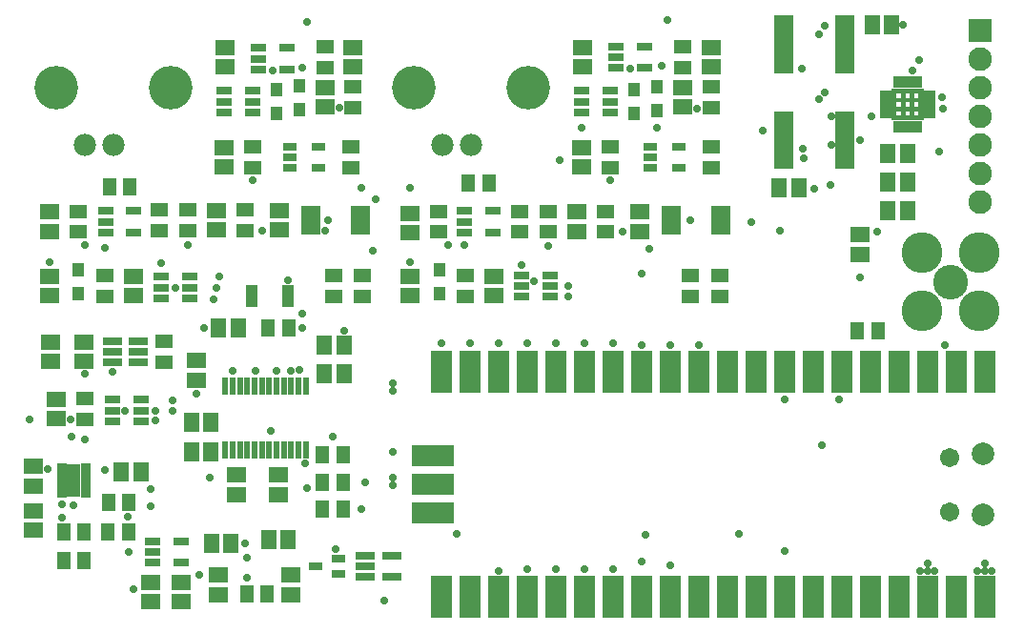
<source format=gbr>
G04 EAGLE Gerber RS-274X export*
G75*
%MOMM*%
%FSLAX34Y34*%
%LPD*%
%INSoldermask Top*%
%IPPOS*%
%AMOC8*
5,1,8,0,0,1.08239X$1,22.5*%
G01*
G04 Define Apertures*
%ADD10R,1.668500X1.367800*%
%ADD11R,1.367800X1.668500*%
%ADD12R,0.977100X1.188600*%
%ADD13R,1.403200X0.803200*%
%ADD14R,1.731200X0.638200*%
%ADD15R,0.853200X0.503200*%
%ADD16R,1.303200X2.953200*%
%ADD17R,1.053200X0.503200*%
%ADD18R,1.253200X0.753200*%
%ADD19C,1.985200*%
%ADD20C,3.860800*%
%ADD21R,1.623400X1.234400*%
%ADD22R,1.234400X1.623400*%
%ADD23R,1.653200X0.503200*%
%ADD24R,1.903200X3.703200*%
%ADD25C,2.003200*%
%ADD26C,1.703200*%
%ADD27R,3.703200X1.903200*%
%ADD28R,0.558800X1.625600*%
%ADD29R,1.053200X0.483200*%
%ADD30R,0.483200X1.053200*%
%ADD31R,1.676400X0.762000*%
%ADD32R,2.093200X2.093200*%
%ADD33C,2.093200*%
%ADD34C,3.083200*%
%ADD35C,3.623200*%
%ADD36R,1.253200X0.703200*%
%ADD37C,0.705600*%
G36*
X784003Y926122D02*
X784003Y897598D01*
X779488Y897598D01*
X779488Y926122D01*
X784003Y926122D01*
G37*
G36*
X808012Y902113D02*
X808012Y897598D01*
X779488Y897598D01*
X779488Y902113D01*
X808012Y902113D01*
G37*
G36*
X808012Y926122D02*
X808012Y921607D01*
X779488Y921607D01*
X779488Y926122D01*
X808012Y926122D01*
G37*
G36*
X808012Y926122D02*
X808012Y897598D01*
X803497Y897598D01*
X803497Y926122D01*
X808012Y926122D01*
G37*
G36*
X791877Y926122D02*
X791877Y897598D01*
X787749Y897598D01*
X787749Y926122D01*
X791877Y926122D01*
G37*
G36*
X808012Y909987D02*
X808012Y905859D01*
X779488Y905859D01*
X779488Y909987D01*
X808012Y909987D01*
G37*
G36*
X808012Y917861D02*
X808012Y913733D01*
X779488Y913733D01*
X779488Y917861D01*
X808012Y917861D01*
G37*
G36*
X799751Y926122D02*
X799751Y897598D01*
X795623Y897598D01*
X795623Y926122D01*
X799751Y926122D01*
G37*
G36*
X778877Y903887D02*
X778877Y899833D01*
X769123Y899833D01*
X769123Y903887D01*
X778877Y903887D01*
G37*
G36*
X778877Y908887D02*
X778877Y904833D01*
X769123Y904833D01*
X769123Y908887D01*
X778877Y908887D01*
G37*
G36*
X778877Y913887D02*
X778877Y909833D01*
X769123Y909833D01*
X769123Y913887D01*
X778877Y913887D01*
G37*
G36*
X778877Y918887D02*
X778877Y914833D01*
X769123Y914833D01*
X769123Y918887D01*
X778877Y918887D01*
G37*
G36*
X778877Y923887D02*
X778877Y919833D01*
X769123Y919833D01*
X769123Y923887D01*
X778877Y923887D01*
G37*
G36*
X785774Y896987D02*
X785774Y887233D01*
X781720Y887233D01*
X781720Y896987D01*
X785774Y896987D01*
G37*
G36*
X785774Y936487D02*
X785774Y926733D01*
X781720Y926733D01*
X781720Y936487D01*
X785774Y936487D01*
G37*
G36*
X790776Y896987D02*
X790776Y887233D01*
X786722Y887233D01*
X786722Y896987D01*
X790776Y896987D01*
G37*
G36*
X790776Y936487D02*
X790776Y926733D01*
X786722Y926733D01*
X786722Y936487D01*
X790776Y936487D01*
G37*
G36*
X795777Y896987D02*
X795777Y887233D01*
X791723Y887233D01*
X791723Y896987D01*
X795777Y896987D01*
G37*
G36*
X795777Y936487D02*
X795777Y926733D01*
X791723Y926733D01*
X791723Y936487D01*
X795777Y936487D01*
G37*
G36*
X800778Y896987D02*
X800778Y887233D01*
X796724Y887233D01*
X796724Y896987D01*
X800778Y896987D01*
G37*
G36*
X800778Y936487D02*
X800778Y926733D01*
X796724Y926733D01*
X796724Y936487D01*
X800778Y936487D01*
G37*
G36*
X805780Y896987D02*
X805780Y887233D01*
X801726Y887233D01*
X801726Y896987D01*
X805780Y896987D01*
G37*
G36*
X805780Y936487D02*
X805780Y926733D01*
X801726Y926733D01*
X801726Y936487D01*
X805780Y936487D01*
G37*
G36*
X818377Y903887D02*
X818377Y899833D01*
X808623Y899833D01*
X808623Y903887D01*
X818377Y903887D01*
G37*
G36*
X818377Y908887D02*
X818377Y904833D01*
X808623Y904833D01*
X808623Y908887D01*
X818377Y908887D01*
G37*
G36*
X818377Y913887D02*
X818377Y909833D01*
X808623Y909833D01*
X808623Y913887D01*
X818377Y913887D01*
G37*
G36*
X818377Y918887D02*
X818377Y914833D01*
X808623Y914833D01*
X808623Y918887D01*
X818377Y918887D01*
G37*
G36*
X818377Y923887D02*
X818377Y919833D01*
X808623Y919833D01*
X808623Y923887D01*
X818377Y923887D01*
G37*
D10*
X187960Y962524D03*
X187960Y945016D03*
X505460Y962524D03*
X505460Y945016D03*
X619760Y962524D03*
X619760Y945016D03*
X594360Y926964D03*
X594360Y909456D03*
X504190Y873624D03*
X504190Y856116D03*
X500380Y798966D03*
X500380Y816474D03*
X556260Y816474D03*
X556260Y798966D03*
X351702Y815204D03*
X351702Y797696D03*
X351790Y741816D03*
X351790Y759324D03*
X426720Y741816D03*
X426720Y759324D03*
X751840Y796154D03*
X751840Y778646D03*
X300990Y962524D03*
X300990Y945016D03*
X162560Y684394D03*
X162560Y666886D03*
D11*
X175124Y629920D03*
X157616Y629920D03*
D10*
X198120Y582794D03*
X198120Y565286D03*
X234950Y582794D03*
X234950Y565286D03*
D11*
X776106Y843280D03*
X793614Y843280D03*
X776106Y868680D03*
X793614Y868680D03*
X776106Y817880D03*
X793614Y817880D03*
X679586Y838200D03*
X697094Y838200D03*
X175124Y603250D03*
X157616Y603250D03*
X275726Y698500D03*
X293234Y698500D03*
D10*
X276860Y926964D03*
X276860Y909456D03*
D11*
X275726Y673100D03*
X293234Y673100D03*
D10*
X33020Y700904D03*
X33020Y683396D03*
D11*
X199536Y713740D03*
X182028Y713740D03*
D10*
X181610Y476386D03*
X181610Y493894D03*
X246380Y476386D03*
X246380Y493894D03*
D11*
X226196Y525780D03*
X243704Y525780D03*
D10*
X62230Y700904D03*
X62230Y683396D03*
X38100Y650104D03*
X38100Y632596D03*
D11*
X95386Y585470D03*
X112894Y585470D03*
D10*
X17780Y590414D03*
X17780Y572906D03*
X186690Y873624D03*
X186690Y856116D03*
X17780Y551044D03*
X17780Y533536D03*
X148590Y487544D03*
X148590Y470036D03*
X121920Y487544D03*
X121920Y470036D03*
D11*
X175396Y521970D03*
X192904Y521970D03*
X762136Y982980D03*
X779644Y982980D03*
D10*
X180340Y800236D03*
X180340Y817744D03*
X236220Y817744D03*
X236220Y800236D03*
X31750Y816474D03*
X31750Y798966D03*
X31750Y741816D03*
X31750Y759324D03*
X106680Y741816D03*
X106680Y759324D03*
D12*
X233680Y925050D03*
X233680Y903750D03*
X254000Y907560D03*
X254000Y928860D03*
X57150Y743730D03*
X57150Y765030D03*
X551180Y925050D03*
X551180Y903750D03*
X571500Y906290D03*
X571500Y927590D03*
X378460Y743730D03*
X378460Y765030D03*
D13*
X211890Y904900D03*
X211890Y914400D03*
X211890Y923900D03*
X186890Y923900D03*
X186890Y914400D03*
X186890Y904900D03*
X534870Y963270D03*
X534870Y953770D03*
X534870Y944270D03*
X559870Y944270D03*
X559870Y963270D03*
D14*
X738310Y857890D03*
X738310Y864230D03*
X738310Y870590D03*
X738310Y876930D03*
X738310Y883290D03*
X738310Y889630D03*
X738310Y895990D03*
X738310Y902330D03*
X684090Y902330D03*
X684090Y895990D03*
X684090Y889630D03*
X684090Y883290D03*
X684090Y876930D03*
X684090Y870590D03*
X684090Y864230D03*
X684090Y857890D03*
D13*
X87830Y649580D03*
X87830Y640080D03*
X87830Y630580D03*
X112830Y630580D03*
X112830Y640080D03*
X112830Y649580D03*
D15*
X42840Y590350D03*
X42840Y585350D03*
X42840Y580350D03*
X42840Y575350D03*
X42840Y570350D03*
X42840Y565350D03*
X63840Y565350D03*
X63840Y570350D03*
X63840Y575350D03*
X63840Y580350D03*
X63840Y585350D03*
X63840Y590350D03*
D16*
X53340Y577850D03*
D13*
X123390Y523850D03*
X123390Y514350D03*
X123390Y504850D03*
X148390Y504850D03*
X148390Y523850D03*
D14*
X684090Y987420D03*
X684090Y981080D03*
X684090Y974720D03*
X684090Y968380D03*
X684090Y962020D03*
X684090Y955680D03*
X684090Y949320D03*
X684090Y942980D03*
X738310Y942980D03*
X738310Y949320D03*
X738310Y955680D03*
X738310Y962020D03*
X738310Y968380D03*
X738310Y974720D03*
X738310Y981080D03*
X738310Y987420D03*
D17*
X243080Y734180D03*
X243080Y739180D03*
X243080Y744180D03*
X243080Y749180D03*
X211580Y749180D03*
X211580Y744180D03*
X211580Y739180D03*
X211580Y734180D03*
D18*
X244810Y874370D03*
X244810Y864870D03*
X244810Y855370D03*
X270810Y855370D03*
X270810Y874370D03*
D13*
X81480Y817220D03*
X81480Y807720D03*
X81480Y798220D03*
X106480Y798220D03*
X106480Y817220D03*
X131010Y758800D03*
X131010Y749300D03*
X131010Y739800D03*
X156010Y739800D03*
X156010Y749300D03*
X156010Y758800D03*
X217370Y962000D03*
X217370Y952500D03*
X217370Y943000D03*
X242370Y943000D03*
X242370Y962000D03*
D18*
X564850Y874370D03*
X564850Y864870D03*
X564850Y855370D03*
X590850Y855370D03*
X590850Y874370D03*
D13*
X529390Y904900D03*
X529390Y914400D03*
X529390Y923900D03*
X504390Y923900D03*
X504390Y914400D03*
X504390Y904900D03*
X400250Y817220D03*
X400250Y807720D03*
X400250Y798220D03*
X425250Y798220D03*
X425250Y817220D03*
X451050Y760070D03*
X451050Y750570D03*
X451050Y741070D03*
X476050Y741070D03*
X476050Y750570D03*
X476050Y760070D03*
D19*
X88900Y876300D03*
X63500Y876300D03*
D20*
X139700Y927100D03*
X38100Y927100D03*
D19*
X406400Y876300D03*
X381000Y876300D03*
D20*
X457200Y927100D03*
X355600Y927100D03*
D21*
X276860Y962965D03*
X276860Y944575D03*
D22*
X103175Y838962D03*
X84785Y838962D03*
D21*
X81280Y759765D03*
X81280Y741375D03*
X57150Y798525D03*
X57150Y816915D03*
X594360Y962965D03*
X594360Y944575D03*
X619760Y909015D03*
X619760Y927405D03*
X529590Y855675D03*
X529590Y874065D03*
X600710Y741375D03*
X600710Y759765D03*
X619760Y855675D03*
X619760Y874065D03*
X627380Y741375D03*
X627380Y759765D03*
X525780Y798525D03*
X525780Y816915D03*
X300990Y909015D03*
X300990Y927405D03*
X474980Y798525D03*
X474980Y816915D03*
X449580Y816915D03*
X449580Y798525D03*
D22*
X421945Y842010D03*
X403555Y842010D03*
D21*
X401320Y759765D03*
X401320Y741375D03*
X377190Y798525D03*
X377190Y816915D03*
D22*
X767385Y711200D03*
X748995Y711200D03*
X274015Y600710D03*
X292405Y600710D03*
X292405Y552450D03*
X274015Y552450D03*
X292405Y576580D03*
X274015Y576580D03*
X244145Y713740D03*
X225755Y713740D03*
D21*
X212090Y855675D03*
X212090Y874065D03*
D22*
X225095Y477520D03*
X206705Y477520D03*
D21*
X63500Y650545D03*
X63500Y632155D03*
X133350Y701345D03*
X133350Y682955D03*
D22*
X62535Y506730D03*
X44145Y506730D03*
X102413Y558800D03*
X84023Y558800D03*
X101905Y532130D03*
X83515Y532130D03*
X62535Y532130D03*
X44145Y532130D03*
D21*
X284480Y741375D03*
X284480Y759765D03*
X299720Y855675D03*
X299720Y874065D03*
X309880Y741375D03*
X309880Y759765D03*
X205740Y799795D03*
X205740Y818185D03*
X154940Y799795D03*
X154940Y818185D03*
X129540Y818185D03*
X129540Y799795D03*
D23*
X263500Y818990D03*
X263500Y813990D03*
X263500Y808990D03*
X263500Y803990D03*
X263500Y798990D03*
X308000Y798990D03*
X308000Y803990D03*
X308000Y808990D03*
X308000Y813990D03*
X308000Y818990D03*
X583540Y818990D03*
X583540Y813990D03*
X583540Y808990D03*
X583540Y803990D03*
X583540Y798990D03*
X628040Y798990D03*
X628040Y803990D03*
X628040Y808990D03*
X628040Y813990D03*
X628040Y818990D03*
D24*
X862380Y674380D03*
X836980Y674380D03*
X811580Y674380D03*
X786180Y674380D03*
X760780Y674380D03*
X735380Y674380D03*
X709980Y674380D03*
X684580Y674380D03*
X659180Y674380D03*
X633780Y674380D03*
X608380Y674380D03*
X582980Y674380D03*
X557580Y674380D03*
X532180Y674380D03*
X506780Y674380D03*
X481380Y674380D03*
X455980Y674380D03*
X430580Y674380D03*
X405180Y674380D03*
X379780Y674380D03*
X379780Y474380D03*
X405180Y474380D03*
X430580Y474380D03*
X455980Y474380D03*
X481380Y474380D03*
X506780Y474380D03*
X532180Y474380D03*
X557580Y474380D03*
X582980Y474380D03*
X608380Y474380D03*
X633780Y474380D03*
X659180Y474380D03*
X684580Y474380D03*
X709980Y474380D03*
X735380Y474380D03*
X760780Y474380D03*
X786180Y474380D03*
X811580Y474380D03*
X836980Y474380D03*
X862380Y474380D03*
D25*
X861080Y601630D03*
X861080Y547130D03*
D26*
X830780Y598630D03*
X830780Y550130D03*
D27*
X371830Y599780D03*
X371830Y574380D03*
X371830Y548980D03*
D28*
X259270Y662178D03*
X252770Y662178D03*
X246270Y662178D03*
X239770Y662178D03*
X233270Y662178D03*
X226770Y662178D03*
X220270Y662178D03*
X213770Y662178D03*
X207270Y662178D03*
X200770Y662178D03*
X194270Y662178D03*
X187770Y662178D03*
X187770Y605282D03*
X194270Y605282D03*
X200770Y605282D03*
X207270Y605282D03*
X213770Y605282D03*
X220270Y605282D03*
X226770Y605282D03*
X233270Y605282D03*
X239770Y605282D03*
X246270Y605282D03*
X252770Y605282D03*
X259270Y605282D03*
D29*
X774000Y921860D03*
X774000Y916860D03*
X774000Y911860D03*
X774000Y906860D03*
X774000Y901860D03*
D30*
X783747Y892110D03*
X788749Y892110D03*
X793750Y892110D03*
X798751Y892110D03*
X803753Y892110D03*
D29*
X813500Y901860D03*
X813500Y906860D03*
X813500Y911860D03*
X813500Y916860D03*
X813500Y921860D03*
D30*
X803753Y931610D03*
X798751Y931610D03*
X793750Y931610D03*
X788749Y931610D03*
X783747Y931610D03*
D31*
X311912Y511150D03*
X311912Y501650D03*
X311912Y492150D03*
X335788Y492150D03*
X335788Y511150D03*
X110236Y682650D03*
X110236Y692150D03*
X110236Y701650D03*
X87884Y701650D03*
X87884Y692150D03*
X87884Y682650D03*
D32*
X858520Y977900D03*
D33*
X858520Y952500D03*
X858520Y927100D03*
X858520Y901700D03*
X858520Y876300D03*
X858520Y850900D03*
X858520Y825500D03*
D34*
X831850Y754380D03*
D35*
X857600Y780130D03*
X806100Y780130D03*
X806100Y728630D03*
X857600Y728630D03*
D36*
X288630Y495150D03*
X288630Y508150D03*
X267630Y501650D03*
D37*
X80895Y586926D03*
X351790Y838200D03*
X308610Y838200D03*
X504190Y891540D03*
X571500Y891540D03*
X207010Y491490D03*
X207010Y509270D03*
X51054Y617220D03*
X279400Y808990D03*
X321310Y828040D03*
X81280Y784860D03*
X130810Y770890D03*
X182880Y759460D03*
X485140Y862330D03*
X665480Y889000D03*
X318770Y782094D03*
X715010Y974090D03*
X700866Y872664D03*
X180340Y749300D03*
X492760Y750570D03*
X125730Y640080D03*
X312420Y576580D03*
X140970Y640080D03*
X715010Y916940D03*
X720090Y981710D03*
X701266Y864293D03*
X492760Y741680D03*
X177107Y738563D03*
X125730Y631190D03*
X308610Y552450D03*
X720316Y922166D03*
X256540Y944880D03*
X260350Y985520D03*
X400050Y787400D03*
X450850Y769620D03*
X575310Y946150D03*
X580390Y987016D03*
X600710Y808990D03*
X655320Y807720D03*
X751840Y880110D03*
X557530Y762000D03*
X608330Y698500D03*
X582930Y698500D03*
X532130Y699770D03*
X506730Y699770D03*
X481330Y699770D03*
X455930Y699770D03*
X405130Y699770D03*
X379730Y699770D03*
X455980Y499110D03*
X506780Y499110D03*
X532180Y499110D03*
X762000Y901700D03*
X582930Y502694D03*
X283210Y617220D03*
X256540Y713740D03*
X643890Y530860D03*
X561340Y529590D03*
X393700Y530860D03*
X328930Y471170D03*
X106680Y481330D03*
X63500Y614680D03*
X229870Y942340D03*
X289560Y909320D03*
X276860Y800100D03*
X31750Y772160D03*
X143510Y749300D03*
X547370Y943610D03*
X607060Y908050D03*
X351790Y772160D03*
X699770Y943610D03*
X789940Y982980D03*
X726031Y901700D03*
X710874Y836720D03*
X462280Y754606D03*
X563935Y783761D03*
X243840Y755650D03*
X168910Y713740D03*
X194310Y675640D03*
X214630Y675640D03*
X233680Y675640D03*
X99060Y640080D03*
X87630Y674370D03*
X63500Y673100D03*
X50800Y632460D03*
X162560Y655320D03*
X293370Y711200D03*
X228600Y622300D03*
X259080Y593090D03*
X53340Y556260D03*
X811530Y497840D03*
X817880Y497840D03*
X805180Y497840D03*
X811530Y504190D03*
X205740Y521970D03*
X165100Y494030D03*
X253307Y676217D03*
X430530Y497840D03*
X430530Y699770D03*
X557530Y698500D03*
X826770Y698500D03*
X173990Y580390D03*
X821533Y869950D03*
X101826Y514350D03*
X684530Y650240D03*
X751840Y758190D03*
X725170Y840740D03*
X285859Y516999D03*
X557530Y506194D03*
X684702Y515084D03*
X121920Y570230D03*
X121920Y554990D03*
X862330Y497840D03*
X855980Y497840D03*
X868680Y497840D03*
X862330Y504190D03*
X798447Y942340D03*
X803910Y951230D03*
X824230Y918436D03*
X336550Y664210D03*
X767080Y798830D03*
X717550Y609600D03*
X336550Y657860D03*
X336550Y580390D03*
X336550Y574040D03*
X336550Y603250D03*
X260350Y571500D03*
X246380Y675640D03*
X825500Y908276D03*
X726440Y876300D03*
X680720Y800100D03*
X256540Y726440D03*
X140970Y648970D03*
X30480Y588010D03*
X43180Y544830D03*
X212090Y844550D03*
X220980Y800100D03*
X63500Y787400D03*
X154940Y787400D03*
X529590Y844550D03*
X541020Y798830D03*
X474980Y786130D03*
X386080Y787400D03*
X13970Y632460D03*
X43180Y556486D03*
X101374Y546100D03*
X732790Y650240D03*
X481380Y499110D03*
M02*

</source>
